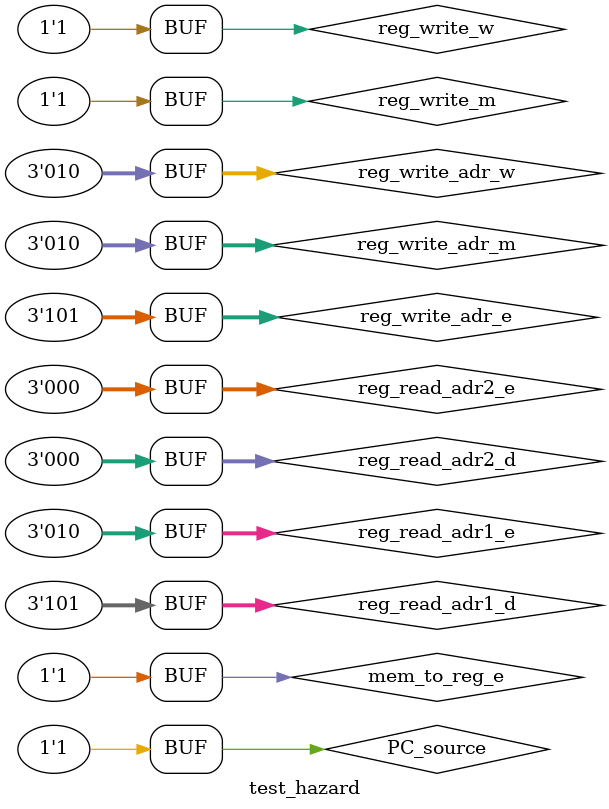
<source format=v>
`timescale 1ns / 1ps


module test_hazard;

	// Inputs
	reg [2:0] reg_read_adr1_d;
	reg [2:0] reg_read_adr2_d;
	reg [2:0] reg_read_adr1_e;
	reg [2:0] reg_read_adr2_e;
	reg [2:0] reg_write_adr_e;
	reg mem_to_reg_e;
	reg reg_write_m;
	reg [2:0] reg_write_adr_m;
	reg reg_write_w;
	reg [2:0] reg_write_adr_w;
	reg PC_source;

	// Outputs
	wire stall_f;
	wire stall_d;
	wire flush_d;
	wire flush_e;
	wire [1:0] forward1_e;
	wire [1:0] forward2_e;

	// Instantiate the Unit Under Test (UUT)
	hazard uut (
		.reg_read_adr1_d(reg_read_adr1_d), 
		.reg_read_adr2_d(reg_read_adr2_d), 
		.reg_read_adr1_e(reg_read_adr1_e), 
		.reg_read_adr2_e(reg_read_adr2_e), 
		.reg_write_adr_e(reg_write_adr_e), 
		.mem_to_reg_e(mem_to_reg_e), 
		.reg_write_m(reg_write_m), 
		.reg_write_adr_m(reg_write_adr_m), 
		.reg_write_w(reg_write_w), 
		.reg_write_adr_w(reg_write_adr_w), 
		.PC_source(PC_source), 
		.stall_f(stall_f), 
		.stall_d(stall_d), 
		.flush_d(flush_d), 
		.flush_e(flush_e), 
		.forward1_e(forward1_e), 
		.forward2_e(forward2_e)
	);

	initial begin
		// Initialize Inputs
		reg_read_adr1_d = 0;
		reg_read_adr2_d = 0;
		reg_read_adr1_e = 0;
		reg_read_adr2_e = 0;
		reg_write_adr_e = 0;
		mem_to_reg_e = 0;
		reg_write_m = 0;
		reg_write_adr_m = 0;
		reg_write_w = 0;
		reg_write_adr_w = 0;
		PC_source = 0;

		// Wait 100 ns for global reset to finish
		//#100;
        
		// Add stimulus here
		#1;
		reg_write_m = 1;
		reg_write_adr_m = 3;
		reg_read_adr1_e = 3;
		
		#1;
		reg_read_adr1_e = 2;
		
		#1;
		reg_write_w = 1;
		reg_write_adr_w = 2;

		#1;
		reg_write_adr_m = 2;

		#1;
		PC_source = 1;
		
		#1;
		reg_write_adr_e = 5;

		#1;
		reg_read_adr1_d = 5;

		#1;
		mem_to_reg_e = 1;

		
		

	end
      
endmodule


</source>
